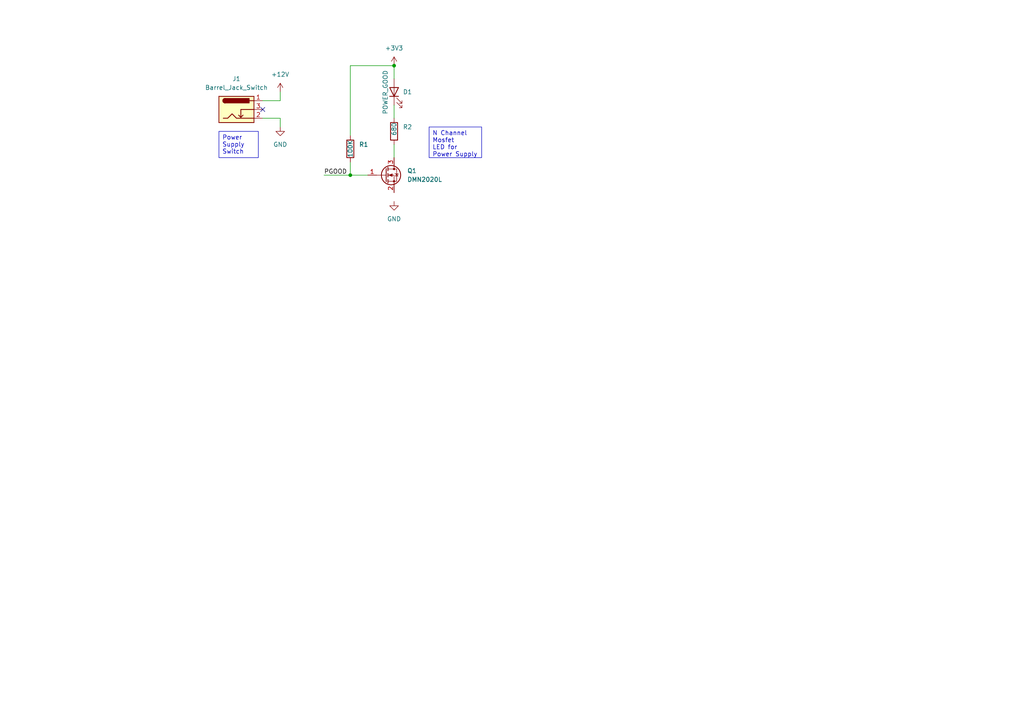
<source format=kicad_sch>
(kicad_sch (version 20230121) (generator eeschema)

  (uuid 6d34d272-376a-4771-99e5-85e7dd6edf17)

  (paper "A4")

  (lib_symbols
    (symbol "Connector:Barrel_Jack_Switch" (pin_names hide) (in_bom yes) (on_board yes)
      (property "Reference" "J" (at 0 5.334 0)
        (effects (font (size 1.27 1.27)))
      )
      (property "Value" "Barrel_Jack_Switch" (at 0 -5.08 0)
        (effects (font (size 1.27 1.27)))
      )
      (property "Footprint" "" (at 1.27 -1.016 0)
        (effects (font (size 1.27 1.27)) hide)
      )
      (property "Datasheet" "~" (at 1.27 -1.016 0)
        (effects (font (size 1.27 1.27)) hide)
      )
      (property "ki_keywords" "DC power barrel jack connector" (at 0 0 0)
        (effects (font (size 1.27 1.27)) hide)
      )
      (property "ki_description" "DC Barrel Jack with an internal switch" (at 0 0 0)
        (effects (font (size 1.27 1.27)) hide)
      )
      (property "ki_fp_filters" "BarrelJack*" (at 0 0 0)
        (effects (font (size 1.27 1.27)) hide)
      )
      (symbol "Barrel_Jack_Switch_0_1"
        (rectangle (start -5.08 3.81) (end 5.08 -3.81)
          (stroke (width 0.254) (type default))
          (fill (type background))
        )
        (arc (start -3.302 3.175) (mid -3.9343 2.54) (end -3.302 1.905)
          (stroke (width 0.254) (type default))
          (fill (type none))
        )
        (arc (start -3.302 3.175) (mid -3.9343 2.54) (end -3.302 1.905)
          (stroke (width 0.254) (type default))
          (fill (type outline))
        )
        (polyline
          (pts
            (xy 1.27 -2.286)
            (xy 1.905 -1.651)
          )
          (stroke (width 0.254) (type default))
          (fill (type none))
        )
        (polyline
          (pts
            (xy 5.08 2.54)
            (xy 3.81 2.54)
          )
          (stroke (width 0.254) (type default))
          (fill (type none))
        )
        (polyline
          (pts
            (xy 5.08 0)
            (xy 1.27 0)
            (xy 1.27 -2.286)
            (xy 0.635 -1.651)
          )
          (stroke (width 0.254) (type default))
          (fill (type none))
        )
        (polyline
          (pts
            (xy -3.81 -2.54)
            (xy -2.54 -2.54)
            (xy -1.27 -1.27)
            (xy 0 -2.54)
            (xy 2.54 -2.54)
            (xy 5.08 -2.54)
          )
          (stroke (width 0.254) (type default))
          (fill (type none))
        )
        (rectangle (start 3.683 3.175) (end -3.302 1.905)
          (stroke (width 0.254) (type default))
          (fill (type outline))
        )
      )
      (symbol "Barrel_Jack_Switch_1_1"
        (pin passive line (at 7.62 2.54 180) (length 2.54)
          (name "~" (effects (font (size 1.27 1.27))))
          (number "1" (effects (font (size 1.27 1.27))))
        )
        (pin passive line (at 7.62 -2.54 180) (length 2.54)
          (name "~" (effects (font (size 1.27 1.27))))
          (number "2" (effects (font (size 1.27 1.27))))
        )
        (pin passive line (at 7.62 0 180) (length 2.54)
          (name "~" (effects (font (size 1.27 1.27))))
          (number "3" (effects (font (size 1.27 1.27))))
        )
      )
    )
    (symbol "Device:LED" (pin_numbers hide) (pin_names (offset 1.016) hide) (in_bom yes) (on_board yes)
      (property "Reference" "D" (at 0 2.54 0)
        (effects (font (size 1.27 1.27)))
      )
      (property "Value" "LED" (at 0 -2.54 0)
        (effects (font (size 1.27 1.27)))
      )
      (property "Footprint" "" (at 0 0 0)
        (effects (font (size 1.27 1.27)) hide)
      )
      (property "Datasheet" "~" (at 0 0 0)
        (effects (font (size 1.27 1.27)) hide)
      )
      (property "ki_keywords" "LED diode" (at 0 0 0)
        (effects (font (size 1.27 1.27)) hide)
      )
      (property "ki_description" "Light emitting diode" (at 0 0 0)
        (effects (font (size 1.27 1.27)) hide)
      )
      (property "ki_fp_filters" "LED* LED_SMD:* LED_THT:*" (at 0 0 0)
        (effects (font (size 1.27 1.27)) hide)
      )
      (symbol "LED_0_1"
        (polyline
          (pts
            (xy -1.27 -1.27)
            (xy -1.27 1.27)
          )
          (stroke (width 0.254) (type default))
          (fill (type none))
        )
        (polyline
          (pts
            (xy -1.27 0)
            (xy 1.27 0)
          )
          (stroke (width 0) (type default))
          (fill (type none))
        )
        (polyline
          (pts
            (xy 1.27 -1.27)
            (xy 1.27 1.27)
            (xy -1.27 0)
            (xy 1.27 -1.27)
          )
          (stroke (width 0.254) (type default))
          (fill (type none))
        )
        (polyline
          (pts
            (xy -3.048 -0.762)
            (xy -4.572 -2.286)
            (xy -3.81 -2.286)
            (xy -4.572 -2.286)
            (xy -4.572 -1.524)
          )
          (stroke (width 0) (type default))
          (fill (type none))
        )
        (polyline
          (pts
            (xy -1.778 -0.762)
            (xy -3.302 -2.286)
            (xy -2.54 -2.286)
            (xy -3.302 -2.286)
            (xy -3.302 -1.524)
          )
          (stroke (width 0) (type default))
          (fill (type none))
        )
      )
      (symbol "LED_1_1"
        (pin passive line (at -3.81 0 0) (length 2.54)
          (name "K" (effects (font (size 1.27 1.27))))
          (number "1" (effects (font (size 1.27 1.27))))
        )
        (pin passive line (at 3.81 0 180) (length 2.54)
          (name "A" (effects (font (size 1.27 1.27))))
          (number "2" (effects (font (size 1.27 1.27))))
        )
      )
    )
    (symbol "Device:Q_NMOS_GSD" (pin_names (offset 0) hide) (in_bom yes) (on_board yes)
      (property "Reference" "Q" (at 5.08 1.27 0)
        (effects (font (size 1.27 1.27)) (justify left))
      )
      (property "Value" "Q_NMOS_GSD" (at 5.08 -1.27 0)
        (effects (font (size 1.27 1.27)) (justify left))
      )
      (property "Footprint" "" (at 5.08 2.54 0)
        (effects (font (size 1.27 1.27)) hide)
      )
      (property "Datasheet" "~" (at 0 0 0)
        (effects (font (size 1.27 1.27)) hide)
      )
      (property "ki_keywords" "transistor NMOS N-MOS N-MOSFET" (at 0 0 0)
        (effects (font (size 1.27 1.27)) hide)
      )
      (property "ki_description" "N-MOSFET transistor, gate/source/drain" (at 0 0 0)
        (effects (font (size 1.27 1.27)) hide)
      )
      (symbol "Q_NMOS_GSD_0_1"
        (polyline
          (pts
            (xy 0.254 0)
            (xy -2.54 0)
          )
          (stroke (width 0) (type default))
          (fill (type none))
        )
        (polyline
          (pts
            (xy 0.254 1.905)
            (xy 0.254 -1.905)
          )
          (stroke (width 0.254) (type default))
          (fill (type none))
        )
        (polyline
          (pts
            (xy 0.762 -1.27)
            (xy 0.762 -2.286)
          )
          (stroke (width 0.254) (type default))
          (fill (type none))
        )
        (polyline
          (pts
            (xy 0.762 0.508)
            (xy 0.762 -0.508)
          )
          (stroke (width 0.254) (type default))
          (fill (type none))
        )
        (polyline
          (pts
            (xy 0.762 2.286)
            (xy 0.762 1.27)
          )
          (stroke (width 0.254) (type default))
          (fill (type none))
        )
        (polyline
          (pts
            (xy 2.54 2.54)
            (xy 2.54 1.778)
          )
          (stroke (width 0) (type default))
          (fill (type none))
        )
        (polyline
          (pts
            (xy 2.54 -2.54)
            (xy 2.54 0)
            (xy 0.762 0)
          )
          (stroke (width 0) (type default))
          (fill (type none))
        )
        (polyline
          (pts
            (xy 0.762 -1.778)
            (xy 3.302 -1.778)
            (xy 3.302 1.778)
            (xy 0.762 1.778)
          )
          (stroke (width 0) (type default))
          (fill (type none))
        )
        (polyline
          (pts
            (xy 1.016 0)
            (xy 2.032 0.381)
            (xy 2.032 -0.381)
            (xy 1.016 0)
          )
          (stroke (width 0) (type default))
          (fill (type outline))
        )
        (polyline
          (pts
            (xy 2.794 0.508)
            (xy 2.921 0.381)
            (xy 3.683 0.381)
            (xy 3.81 0.254)
          )
          (stroke (width 0) (type default))
          (fill (type none))
        )
        (polyline
          (pts
            (xy 3.302 0.381)
            (xy 2.921 -0.254)
            (xy 3.683 -0.254)
            (xy 3.302 0.381)
          )
          (stroke (width 0) (type default))
          (fill (type none))
        )
        (circle (center 1.651 0) (radius 2.794)
          (stroke (width 0.254) (type default))
          (fill (type none))
        )
        (circle (center 2.54 -1.778) (radius 0.254)
          (stroke (width 0) (type default))
          (fill (type outline))
        )
        (circle (center 2.54 1.778) (radius 0.254)
          (stroke (width 0) (type default))
          (fill (type outline))
        )
      )
      (symbol "Q_NMOS_GSD_1_1"
        (pin input line (at -5.08 0 0) (length 2.54)
          (name "G" (effects (font (size 1.27 1.27))))
          (number "1" (effects (font (size 1.27 1.27))))
        )
        (pin passive line (at 2.54 -5.08 90) (length 2.54)
          (name "S" (effects (font (size 1.27 1.27))))
          (number "2" (effects (font (size 1.27 1.27))))
        )
        (pin passive line (at 2.54 5.08 270) (length 2.54)
          (name "D" (effects (font (size 1.27 1.27))))
          (number "3" (effects (font (size 1.27 1.27))))
        )
      )
    )
    (symbol "Device:R" (pin_numbers hide) (pin_names (offset 0)) (in_bom yes) (on_board yes)
      (property "Reference" "R" (at 2.032 0 90)
        (effects (font (size 1.27 1.27)))
      )
      (property "Value" "R" (at 0 0 90)
        (effects (font (size 1.27 1.27)))
      )
      (property "Footprint" "" (at -1.778 0 90)
        (effects (font (size 1.27 1.27)) hide)
      )
      (property "Datasheet" "~" (at 0 0 0)
        (effects (font (size 1.27 1.27)) hide)
      )
      (property "ki_keywords" "R res resistor" (at 0 0 0)
        (effects (font (size 1.27 1.27)) hide)
      )
      (property "ki_description" "Resistor" (at 0 0 0)
        (effects (font (size 1.27 1.27)) hide)
      )
      (property "ki_fp_filters" "R_*" (at 0 0 0)
        (effects (font (size 1.27 1.27)) hide)
      )
      (symbol "R_0_1"
        (rectangle (start -1.016 -2.54) (end 1.016 2.54)
          (stroke (width 0.254) (type default))
          (fill (type none))
        )
      )
      (symbol "R_1_1"
        (pin passive line (at 0 3.81 270) (length 1.27)
          (name "~" (effects (font (size 1.27 1.27))))
          (number "1" (effects (font (size 1.27 1.27))))
        )
        (pin passive line (at 0 -3.81 90) (length 1.27)
          (name "~" (effects (font (size 1.27 1.27))))
          (number "2" (effects (font (size 1.27 1.27))))
        )
      )
    )
    (symbol "power:+12V" (power) (pin_names (offset 0)) (in_bom yes) (on_board yes)
      (property "Reference" "#PWR" (at 0 -3.81 0)
        (effects (font (size 1.27 1.27)) hide)
      )
      (property "Value" "+12V" (at 0 3.556 0)
        (effects (font (size 1.27 1.27)))
      )
      (property "Footprint" "" (at 0 0 0)
        (effects (font (size 1.27 1.27)) hide)
      )
      (property "Datasheet" "" (at 0 0 0)
        (effects (font (size 1.27 1.27)) hide)
      )
      (property "ki_keywords" "global power" (at 0 0 0)
        (effects (font (size 1.27 1.27)) hide)
      )
      (property "ki_description" "Power symbol creates a global label with name \"+12V\"" (at 0 0 0)
        (effects (font (size 1.27 1.27)) hide)
      )
      (symbol "+12V_0_1"
        (polyline
          (pts
            (xy -0.762 1.27)
            (xy 0 2.54)
          )
          (stroke (width 0) (type default))
          (fill (type none))
        )
        (polyline
          (pts
            (xy 0 0)
            (xy 0 2.54)
          )
          (stroke (width 0) (type default))
          (fill (type none))
        )
        (polyline
          (pts
            (xy 0 2.54)
            (xy 0.762 1.27)
          )
          (stroke (width 0) (type default))
          (fill (type none))
        )
      )
      (symbol "+12V_1_1"
        (pin power_in line (at 0 0 90) (length 0) hide
          (name "+12V" (effects (font (size 1.27 1.27))))
          (number "1" (effects (font (size 1.27 1.27))))
        )
      )
    )
    (symbol "power:+3V3" (power) (pin_names (offset 0)) (in_bom yes) (on_board yes)
      (property "Reference" "#PWR" (at 0 -3.81 0)
        (effects (font (size 1.27 1.27)) hide)
      )
      (property "Value" "+3V3" (at 0 3.556 0)
        (effects (font (size 1.27 1.27)))
      )
      (property "Footprint" "" (at 0 0 0)
        (effects (font (size 1.27 1.27)) hide)
      )
      (property "Datasheet" "" (at 0 0 0)
        (effects (font (size 1.27 1.27)) hide)
      )
      (property "ki_keywords" "global power" (at 0 0 0)
        (effects (font (size 1.27 1.27)) hide)
      )
      (property "ki_description" "Power symbol creates a global label with name \"+3V3\"" (at 0 0 0)
        (effects (font (size 1.27 1.27)) hide)
      )
      (symbol "+3V3_0_1"
        (polyline
          (pts
            (xy -0.762 1.27)
            (xy 0 2.54)
          )
          (stroke (width 0) (type default))
          (fill (type none))
        )
        (polyline
          (pts
            (xy 0 0)
            (xy 0 2.54)
          )
          (stroke (width 0) (type default))
          (fill (type none))
        )
        (polyline
          (pts
            (xy 0 2.54)
            (xy 0.762 1.27)
          )
          (stroke (width 0) (type default))
          (fill (type none))
        )
      )
      (symbol "+3V3_1_1"
        (pin power_in line (at 0 0 90) (length 0) hide
          (name "+3V3" (effects (font (size 1.27 1.27))))
          (number "1" (effects (font (size 1.27 1.27))))
        )
      )
    )
    (symbol "power:GND" (power) (pin_names (offset 0)) (in_bom yes) (on_board yes)
      (property "Reference" "#PWR" (at 0 -6.35 0)
        (effects (font (size 1.27 1.27)) hide)
      )
      (property "Value" "GND" (at 0 -3.81 0)
        (effects (font (size 1.27 1.27)))
      )
      (property "Footprint" "" (at 0 0 0)
        (effects (font (size 1.27 1.27)) hide)
      )
      (property "Datasheet" "" (at 0 0 0)
        (effects (font (size 1.27 1.27)) hide)
      )
      (property "ki_keywords" "global power" (at 0 0 0)
        (effects (font (size 1.27 1.27)) hide)
      )
      (property "ki_description" "Power symbol creates a global label with name \"GND\" , ground" (at 0 0 0)
        (effects (font (size 1.27 1.27)) hide)
      )
      (symbol "GND_0_1"
        (polyline
          (pts
            (xy 0 0)
            (xy 0 -1.27)
            (xy 1.27 -1.27)
            (xy 0 -2.54)
            (xy -1.27 -1.27)
            (xy 0 -1.27)
          )
          (stroke (width 0) (type default))
          (fill (type none))
        )
      )
      (symbol "GND_1_1"
        (pin power_in line (at 0 0 270) (length 0) hide
          (name "GND" (effects (font (size 1.27 1.27))))
          (number "1" (effects (font (size 1.27 1.27))))
        )
      )
    )
  )

  (junction (at 114.3 19.05) (diameter 0) (color 0 0 0 0)
    (uuid 80acccf0-efbd-4f6d-8a2e-9a8ebc2ecfe2)
  )
  (junction (at 101.6 50.8) (diameter 0) (color 0 0 0 0)
    (uuid c8e01c2a-2592-4bfe-b430-3e98ab8e9b79)
  )

  (no_connect (at 76.2 31.75) (uuid 0513693d-532e-46ec-96e3-9ff2439c34bd))

  (wire (pts (xy 81.28 34.29) (xy 81.28 36.83))
    (stroke (width 0) (type default))
    (uuid 0d682661-48dc-4dd9-b520-06cb51191a7d)
  )
  (wire (pts (xy 101.6 19.05) (xy 114.3 19.05))
    (stroke (width 0) (type default))
    (uuid 35c60a15-8b0b-48b0-81bf-03c7189166a1)
  )
  (wire (pts (xy 114.3 41.91) (xy 114.3 45.72))
    (stroke (width 0) (type default))
    (uuid 39619e49-62e9-4940-9bc1-8e8d3c8ca695)
  )
  (wire (pts (xy 101.6 39.37) (xy 101.6 19.05))
    (stroke (width 0) (type default))
    (uuid 4c913666-6cfb-4807-abc5-8e6ad77205b8)
  )
  (wire (pts (xy 76.2 34.29) (xy 81.28 34.29))
    (stroke (width 0) (type default))
    (uuid 571bb2e2-1f11-4d00-8a0a-d04126a69993)
  )
  (wire (pts (xy 76.2 29.21) (xy 81.28 29.21))
    (stroke (width 0) (type default))
    (uuid 70be80c6-27da-4a0a-b815-8c451993f58c)
  )
  (wire (pts (xy 101.6 46.99) (xy 101.6 50.8))
    (stroke (width 0) (type default))
    (uuid 7897611a-1331-4a67-a178-22852803a31e)
  )
  (wire (pts (xy 93.98 50.8) (xy 101.6 50.8))
    (stroke (width 0) (type default))
    (uuid a23702e2-b0e6-4750-bf23-f0369cd7ee20)
  )
  (wire (pts (xy 101.6 50.8) (xy 106.68 50.8))
    (stroke (width 0) (type default))
    (uuid a90311ec-71c0-4670-8ecb-1ea8052ee7a7)
  )
  (wire (pts (xy 114.3 30.48) (xy 114.3 34.29))
    (stroke (width 0) (type default))
    (uuid aac9e962-3674-45e5-8559-656f75d046e2)
  )
  (wire (pts (xy 81.28 29.21) (xy 81.28 26.67))
    (stroke (width 0) (type default))
    (uuid cdf76599-35ce-4a00-9fca-3b970c3a8125)
  )
  (wire (pts (xy 114.3 19.05) (xy 114.3 22.86))
    (stroke (width 0) (type default))
    (uuid ff00cc2f-0bc2-4c21-91e3-375882d700a1)
  )

  (text_box "Power Supply Switch\n"
    (at 63.5 38.1 0) (size 11.43 7.62)
    (stroke (width 0) (type default))
    (fill (type none))
    (effects (font (size 1.27 1.27)) (justify left top))
    (uuid 81708007-db00-4ad5-84a9-19c7861d5cf7)
  )
  (text_box "N Channel\nMosfet\nLED for Power Supply"
    (at 124.46 36.83 0) (size 15.24 8.89)
    (stroke (width 0) (type default))
    (fill (type none))
    (effects (font (size 1.27 1.27)) (justify left top))
    (uuid fcca555c-82e2-4884-abdd-93ba2aa86f3b)
  )

  (label "PGOOD" (at 93.98 50.8 0) (fields_autoplaced)
    (effects (font (size 1.27 1.27)) (justify left bottom))
    (uuid 0c55396d-3917-4f0c-8aec-262018639423)
  )

  (symbol (lib_id "Device:R") (at 114.3 38.1 0) (unit 1)
    (in_bom yes) (on_board yes) (dnp no)
    (uuid 0d6ec146-9879-41df-8241-41c72453c1bc)
    (property "Reference" "R2" (at 116.84 36.83 0)
      (effects (font (size 1.27 1.27)) (justify left))
    )
    (property "Value" "680" (at 114.3 39.37 90)
      (effects (font (size 1.27 1.27)) (justify left))
    )
    (property "Footprint" "" (at 112.522 38.1 90)
      (effects (font (size 1.27 1.27)) hide)
    )
    (property "Datasheet" "~" (at 114.3 38.1 0)
      (effects (font (size 1.27 1.27)) hide)
    )
    (pin "1" (uuid 03e4191e-6537-4538-a656-3eee70392789))
    (pin "2" (uuid 26b5dfc9-03f4-42a8-8cf0-550673e22d53))
    (instances
      (project "Calculator"
        (path "/6d34d272-376a-4771-99e5-85e7dd6edf17"
          (reference "R2") (unit 1)
        )
      )
    )
  )

  (symbol (lib_id "power:+12V") (at 81.28 26.67 0) (unit 1)
    (in_bom yes) (on_board yes) (dnp no) (fields_autoplaced)
    (uuid 29639755-7dba-4030-8546-11cdb1a9b37b)
    (property "Reference" "#PWR03" (at 81.28 30.48 0)
      (effects (font (size 1.27 1.27)) hide)
    )
    (property "Value" "+12V" (at 81.28 21.59 0)
      (effects (font (size 1.27 1.27)))
    )
    (property "Footprint" "" (at 81.28 26.67 0)
      (effects (font (size 1.27 1.27)) hide)
    )
    (property "Datasheet" "" (at 81.28 26.67 0)
      (effects (font (size 1.27 1.27)) hide)
    )
    (pin "1" (uuid 05fbe947-964f-4335-b63b-f9f59985a750))
    (instances
      (project "Calculator"
        (path "/6d34d272-376a-4771-99e5-85e7dd6edf17"
          (reference "#PWR03") (unit 1)
        )
      )
    )
  )

  (symbol (lib_id "Device:LED") (at 114.3 26.67 90) (unit 1)
    (in_bom yes) (on_board yes) (dnp no)
    (uuid 322574ce-4ab5-4e18-8d8f-6cf73f4902b1)
    (property "Reference" "D1" (at 116.84 26.67 90)
      (effects (font (size 1.27 1.27)) (justify right))
    )
    (property "Value" "POWER_GOOD" (at 111.76 20.32 0)
      (effects (font (size 1.27 1.27)) (justify right))
    )
    (property "Footprint" "" (at 114.3 26.67 0)
      (effects (font (size 1.27 1.27)) hide)
    )
    (property "Datasheet" "~" (at 114.3 26.67 0)
      (effects (font (size 1.27 1.27)) hide)
    )
    (pin "1" (uuid ddf2c937-d507-4c36-b96f-c7b1fa0541a5))
    (pin "2" (uuid fed15e0d-1483-4014-807a-3828657d9901))
    (instances
      (project "Calculator"
        (path "/6d34d272-376a-4771-99e5-85e7dd6edf17"
          (reference "D1") (unit 1)
        )
      )
    )
  )

  (symbol (lib_id "power:+3V3") (at 114.3 19.05 0) (unit 1)
    (in_bom yes) (on_board yes) (dnp no) (fields_autoplaced)
    (uuid 74813c65-018a-4d1a-aaad-a30687e907f9)
    (property "Reference" "#PWR02" (at 114.3 22.86 0)
      (effects (font (size 1.27 1.27)) hide)
    )
    (property "Value" "+3V3" (at 114.3 13.97 0)
      (effects (font (size 1.27 1.27)))
    )
    (property "Footprint" "" (at 114.3 19.05 0)
      (effects (font (size 1.27 1.27)) hide)
    )
    (property "Datasheet" "" (at 114.3 19.05 0)
      (effects (font (size 1.27 1.27)) hide)
    )
    (pin "1" (uuid f6dfaed7-ad3e-4693-b3a9-809216acbaf3))
    (instances
      (project "Calculator"
        (path "/6d34d272-376a-4771-99e5-85e7dd6edf17"
          (reference "#PWR02") (unit 1)
        )
      )
    )
  )

  (symbol (lib_id "power:GND") (at 114.3 58.42 0) (unit 1)
    (in_bom yes) (on_board yes) (dnp no) (fields_autoplaced)
    (uuid 76ace7b9-6d42-453f-8c34-74dee049c9f2)
    (property "Reference" "#PWR01" (at 114.3 64.77 0)
      (effects (font (size 1.27 1.27)) hide)
    )
    (property "Value" "GND" (at 114.3 63.5 0)
      (effects (font (size 1.27 1.27)))
    )
    (property "Footprint" "" (at 114.3 58.42 0)
      (effects (font (size 1.27 1.27)) hide)
    )
    (property "Datasheet" "" (at 114.3 58.42 0)
      (effects (font (size 1.27 1.27)) hide)
    )
    (pin "1" (uuid 21903c56-6b9e-48ce-848c-9b2095e1a338))
    (instances
      (project "Calculator"
        (path "/6d34d272-376a-4771-99e5-85e7dd6edf17"
          (reference "#PWR01") (unit 1)
        )
      )
    )
  )

  (symbol (lib_id "power:GND") (at 81.28 36.83 0) (unit 1)
    (in_bom yes) (on_board yes) (dnp no) (fields_autoplaced)
    (uuid 79e4f9e9-2931-4b01-8b06-9ab9c1c2df10)
    (property "Reference" "#PWR04" (at 81.28 43.18 0)
      (effects (font (size 1.27 1.27)) hide)
    )
    (property "Value" "GND" (at 81.28 41.91 0)
      (effects (font (size 1.27 1.27)))
    )
    (property "Footprint" "" (at 81.28 36.83 0)
      (effects (font (size 1.27 1.27)) hide)
    )
    (property "Datasheet" "" (at 81.28 36.83 0)
      (effects (font (size 1.27 1.27)) hide)
    )
    (pin "1" (uuid 771919cc-bfed-47a3-bd56-b917df802acd))
    (instances
      (project "Calculator"
        (path "/6d34d272-376a-4771-99e5-85e7dd6edf17"
          (reference "#PWR04") (unit 1)
        )
      )
    )
  )

  (symbol (lib_id "Connector:Barrel_Jack_Switch") (at 68.58 31.75 0) (unit 1)
    (in_bom yes) (on_board yes) (dnp no) (fields_autoplaced)
    (uuid 83d55d78-c2d3-4ed4-a560-4f3c49dffc9f)
    (property "Reference" "J1" (at 68.58 22.86 0)
      (effects (font (size 1.27 1.27)))
    )
    (property "Value" "Barrel_Jack_Switch" (at 68.58 25.4 0)
      (effects (font (size 1.27 1.27)))
    )
    (property "Footprint" "" (at 69.85 32.766 0)
      (effects (font (size 1.27 1.27)) hide)
    )
    (property "Datasheet" "~" (at 69.85 32.766 0)
      (effects (font (size 1.27 1.27)) hide)
    )
    (pin "1" (uuid a490980f-5855-4ec8-86dd-e75923522573))
    (pin "2" (uuid 003fd7e9-6718-4420-93aa-22837910efa4))
    (pin "3" (uuid f2eeb77e-4683-4694-8a48-3d7b66026714))
    (instances
      (project "Calculator"
        (path "/6d34d272-376a-4771-99e5-85e7dd6edf17"
          (reference "J1") (unit 1)
        )
      )
    )
  )

  (symbol (lib_id "Device:R") (at 101.6 43.18 0) (unit 1)
    (in_bom yes) (on_board yes) (dnp no)
    (uuid ab92376b-afe4-404f-a30b-7e839edc2980)
    (property "Reference" "R1" (at 104.14 41.91 0)
      (effects (font (size 1.27 1.27)) (justify left))
    )
    (property "Value" "100K" (at 101.6 45.72 90)
      (effects (font (size 1.27 1.27)) (justify left))
    )
    (property "Footprint" "" (at 99.822 43.18 90)
      (effects (font (size 1.27 1.27)) hide)
    )
    (property "Datasheet" "~" (at 101.6 43.18 0)
      (effects (font (size 1.27 1.27)) hide)
    )
    (pin "1" (uuid 06de60ac-8695-4d37-b0d4-07badf0c42e9))
    (pin "2" (uuid e7162112-5e9a-4f3e-9bf8-6551911d35e5))
    (instances
      (project "Calculator"
        (path "/6d34d272-376a-4771-99e5-85e7dd6edf17"
          (reference "R1") (unit 1)
        )
      )
    )
  )

  (symbol (lib_id "Device:Q_NMOS_GSD") (at 111.76 50.8 0) (unit 1)
    (in_bom yes) (on_board yes) (dnp no) (fields_autoplaced)
    (uuid fb29c4e5-cae8-4a11-aace-a200209bd98d)
    (property "Reference" "Q1" (at 118.11 49.53 0)
      (effects (font (size 1.27 1.27)) (justify left))
    )
    (property "Value" "DMN2020L" (at 118.11 52.07 0)
      (effects (font (size 1.27 1.27)) (justify left))
    )
    (property "Footprint" "" (at 116.84 48.26 0)
      (effects (font (size 1.27 1.27)) hide)
    )
    (property "Datasheet" "~" (at 111.76 50.8 0)
      (effects (font (size 1.27 1.27)) hide)
    )
    (pin "1" (uuid 9f5f80a7-4e1c-459f-9f6a-652c277acd02))
    (pin "2" (uuid f78f1ed8-060b-4106-8308-800aa532b2f7))
    (pin "3" (uuid 0fe34099-5d0a-4160-ba47-fbbc85f4248b))
    (instances
      (project "Calculator"
        (path "/6d34d272-376a-4771-99e5-85e7dd6edf17"
          (reference "Q1") (unit 1)
        )
      )
    )
  )

  (sheet_instances
    (path "/" (page "1"))
  )
)

</source>
